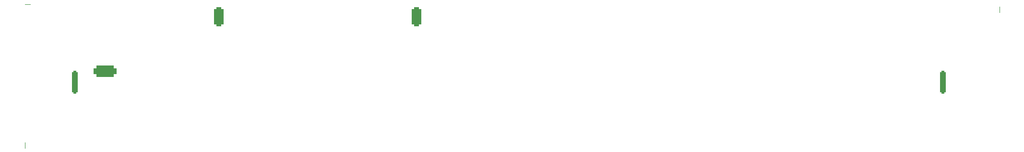
<source format=gbo>
G04 #@! TF.GenerationSoftware,KiCad,Pcbnew,(6.0.1)*
G04 #@! TF.CreationDate,2022-06-09T14:04:08-07:00*
G04 #@! TF.ProjectId,Motherboard_edgeCutsVer,4d6f7468-6572-4626-9f61-72645f656467,rev?*
G04 #@! TF.SameCoordinates,Original*
G04 #@! TF.FileFunction,Legend,Bot*
G04 #@! TF.FilePolarity,Positive*
%FSLAX46Y46*%
G04 Gerber Fmt 4.6, Leading zero omitted, Abs format (unit mm)*
G04 Created by KiCad (PCBNEW (6.0.1)) date 2022-06-09 14:04:08*
%MOMM*%
%LPD*%
G01*
G04 APERTURE LIST*
G04 Aperture macros list*
%AMRoundRect*
0 Rectangle with rounded corners*
0 $1 Rounding radius*
0 $2 $3 $4 $5 $6 $7 $8 $9 X,Y pos of 4 corners*
0 Add a 4 corners polygon primitive as box body*
4,1,4,$2,$3,$4,$5,$6,$7,$8,$9,$2,$3,0*
0 Add four circle primitives for the rounded corners*
1,1,$1+$1,$2,$3*
1,1,$1+$1,$4,$5*
1,1,$1+$1,$6,$7*
1,1,$1+$1,$8,$9*
0 Add four rect primitives between the rounded corners*
20,1,$1+$1,$2,$3,$4,$5,0*
20,1,$1+$1,$4,$5,$6,$7,0*
20,1,$1+$1,$6,$7,$8,$9,0*
20,1,$1+$1,$8,$9,$2,$3,0*%
G04 Aperture macros list end*
%ADD10C,0.120000*%
%ADD11R,1.700000X1.700000*%
%ADD12C,2.050000*%
%ADD13C,2.250000*%
%ADD14R,2.500000X2.500000*%
%ADD15O,2.500000X2.500000*%
%ADD16O,1.700000X1.700000*%
%ADD17C,5.000000*%
%ADD18RoundRect,0.500000X1.500000X-0.500000X1.500000X0.500000X-1.500000X0.500000X-1.500000X-0.500000X0*%
%ADD19C,1.524000*%
%ADD20C,3.300000*%
%ADD21C,2.500000*%
%ADD22RoundRect,0.850000X-0.850000X-2.150000X0.850000X-2.150000X0.850000X2.150000X-0.850000X2.150000X0*%
%ADD23O,7.000000X3.500000*%
%ADD24O,7.300000X3.500000*%
%ADD25C,4.500000*%
%ADD26RoundRect,0.415500X0.415500X-1.315500X0.415500X1.315500X-0.415500X1.315500X-0.415500X-1.315500X0*%
%ADD27RoundRect,0.850000X0.850000X2.150000X-0.850000X2.150000X-0.850000X-2.150000X0.850000X-2.150000X0*%
%ADD28C,3.100000*%
%ADD29C,3.000000*%
%ADD30RoundRect,0.250000X-0.250000X-1.750000X0.250000X-1.750000X0.250000X1.750000X-0.250000X1.750000X0*%
%ADD31C,20.000000*%
%ADD32R,1.524000X1.524000*%
%ADD33R,1.500000X1.500000*%
%ADD34C,1.500000*%
%ADD35C,3.500000*%
%ADD36C,7.000000*%
%ADD37R,2.000000X2.500000*%
G04 APERTURE END LIST*
D10*
X127100000Y-181350000D02*
X126100000Y-181350000D01*
X126100000Y-205850000D02*
X126100000Y-206850000D01*
X298100000Y-182850000D02*
X298100000Y-181850000D01*
%LPC*%
D11*
X206800000Y-92600000D03*
D12*
X177000000Y-66000000D03*
D13*
X174460000Y-63460000D03*
X179540000Y-63460000D03*
X179540000Y-68540000D03*
X174460000Y-68540000D03*
D14*
X255742500Y-63592500D03*
D15*
X255742500Y-84592500D03*
X263242500Y-81092500D03*
X263242500Y-63592500D03*
D11*
X267500000Y-93300000D03*
D16*
X264960000Y-93300000D03*
D17*
X282800000Y-196600000D03*
D18*
X140300000Y-125650000D03*
X140300000Y-193250000D03*
D19*
X144650000Y-161150000D03*
X144650000Y-158450000D03*
X144700000Y-183650000D03*
X144700000Y-180950000D03*
X144650000Y-136850000D03*
X144650000Y-139550000D03*
D20*
X127895000Y-104442500D03*
D21*
X127895000Y-100542500D03*
X127895000Y-96942500D03*
X238495000Y-95042500D03*
X241795000Y-95056448D03*
X293395000Y-97042500D03*
X293395000Y-100242500D03*
D22*
X290895000Y-113042500D03*
D23*
X140567500Y-82800000D03*
D24*
X140367500Y-53000000D03*
D25*
X140667500Y-74000000D03*
D12*
X134366000Y-119126000D03*
D13*
X131826000Y-116586000D03*
X136906000Y-116586000D03*
X131826000Y-121666000D03*
X136906000Y-121666000D03*
D11*
X267320000Y-126000000D03*
D16*
X269860000Y-126000000D03*
X272400000Y-126000000D03*
D26*
X240700000Y-130300000D03*
X275600000Y-130300000D03*
D11*
X205725000Y-184750000D03*
D16*
X205725000Y-187290000D03*
D11*
X250000000Y-78750000D03*
D16*
X247460000Y-78750000D03*
X244920000Y-78750000D03*
D27*
X292200000Y-174850000D03*
D28*
X294700000Y-190150000D03*
X294700000Y-193650000D03*
X294700000Y-197550000D03*
D21*
X214204026Y-200350000D03*
X210900000Y-200350000D03*
D20*
X206600000Y-200350000D03*
X129000000Y-192650000D03*
D21*
X129000000Y-188350000D03*
X129100000Y-185250000D03*
D29*
X240400000Y-119825000D03*
X240700000Y-101125000D03*
X280500000Y-111325000D03*
D19*
X248600000Y-113625000D03*
X246100000Y-113625000D03*
X260050000Y-121775000D03*
X243500000Y-113625000D03*
X257550000Y-121775000D03*
D30*
X288100000Y-195200000D03*
D29*
X206755000Y-124305000D03*
X148755000Y-122305000D03*
X149055000Y-171305000D03*
D31*
X175255000Y-147205000D03*
D29*
X204455000Y-170605000D03*
D19*
X146855000Y-133505000D03*
X146855000Y-130905000D03*
X146855000Y-128405000D03*
X149455000Y-130905000D03*
D32*
X149455000Y-133505000D03*
D19*
X149455000Y-128405000D03*
X160055000Y-120805000D03*
D32*
X157355000Y-120805000D03*
D19*
X202315000Y-120805000D03*
D32*
X199755000Y-120805000D03*
D11*
X248000000Y-71250000D03*
D33*
X224380000Y-193100000D03*
D34*
X221880000Y-193100000D03*
X219880000Y-193100000D03*
X217380000Y-193100000D03*
X224380000Y-190480000D03*
X221880000Y-190480000D03*
X219880000Y-190480000D03*
X217380000Y-190480000D03*
D29*
X214310000Y-187770000D03*
X214310000Y-193450000D03*
X227450000Y-193450000D03*
X227450000Y-187770000D03*
D11*
X149200000Y-83400000D03*
D35*
X286800000Y-148500000D03*
D11*
X211700000Y-74167500D03*
D16*
X215250000Y-74237500D03*
X218700000Y-74337500D03*
X233200000Y-74137500D03*
X236700000Y-74137500D03*
X240200000Y-74187500D03*
X211700000Y-70287500D03*
X215150000Y-70287500D03*
X218750000Y-70287500D03*
X224200000Y-70337500D03*
X227700000Y-70387500D03*
X233200000Y-70237500D03*
X236700000Y-70237500D03*
X240200000Y-70237500D03*
D36*
X247450000Y-64637500D03*
X204400000Y-64687500D03*
D30*
X134950000Y-195200000D03*
D11*
X200425000Y-184750000D03*
D16*
X200425000Y-187290000D03*
D11*
X186970000Y-179320000D03*
D16*
X189510000Y-179320000D03*
X192050000Y-179320000D03*
D26*
X195250000Y-183620000D03*
X160350000Y-183620000D03*
D11*
X250000000Y-84400000D03*
D16*
X247460000Y-84400000D03*
X244920000Y-84400000D03*
D30*
X287000000Y-96250000D03*
D11*
X211900000Y-88000000D03*
D16*
X209360000Y-88000000D03*
X206820000Y-88000000D03*
X204280000Y-88000000D03*
D30*
X134050000Y-96750000D03*
D11*
X193675000Y-73450000D03*
D16*
X193675000Y-70910000D03*
D35*
X227500000Y-148400000D03*
D21*
X178732000Y-97729000D03*
X153332000Y-73129000D03*
X178732000Y-73029000D03*
X153332000Y-97729000D03*
D37*
X178832000Y-86429000D03*
D21*
X178832000Y-82629000D03*
D12*
X166032000Y-66129000D03*
D13*
X163492000Y-68669000D03*
X163492000Y-63589000D03*
X168572000Y-63589000D03*
X168572000Y-68669000D03*
D12*
X167132000Y-104559000D03*
D13*
X169672000Y-102019000D03*
X169672000Y-107099000D03*
X164592000Y-102019000D03*
X164592000Y-107099000D03*
D35*
X227500000Y-198500000D03*
M02*

</source>
